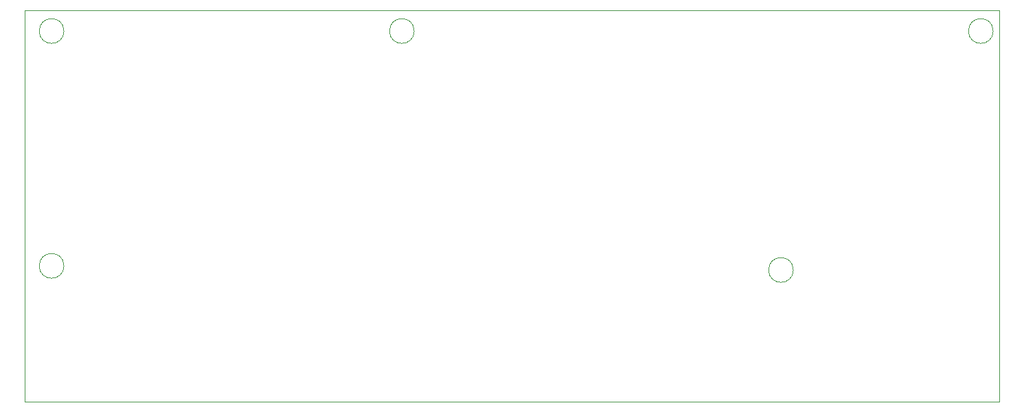
<source format=gm1>
%TF.GenerationSoftware,KiCad,Pcbnew,7.0.6*%
%TF.CreationDate,2025-01-04T20:54:09+10:30*%
%TF.ProjectId,Security Panel Mainboard,53656375-7269-4747-9920-50616e656c20,rev?*%
%TF.SameCoordinates,Original*%
%TF.FileFunction,Profile,NP*%
%FSLAX46Y46*%
G04 Gerber Fmt 4.6, Leading zero omitted, Abs format (unit mm)*
G04 Created by KiCad (PCBNEW 7.0.6) date 2025-01-04 20:54:09*
%MOMM*%
%LPD*%
G01*
G04 APERTURE LIST*
%TA.AperFunction,Profile*%
%ADD10C,0.100000*%
%TD*%
G04 APERTURE END LIST*
D10*
X177800000Y-143764000D02*
G75*
G03*
X177800000Y-143764000I-1524000J0D01*
G01*
X202438000Y-114300000D02*
G75*
G03*
X202438000Y-114300000I-1524000J0D01*
G01*
X131064000Y-114300000D02*
G75*
G03*
X131064000Y-114300000I-1524000J0D01*
G01*
X87884000Y-114300000D02*
G75*
G03*
X87884000Y-114300000I-1524000J0D01*
G01*
X87884000Y-143256000D02*
G75*
G03*
X87884000Y-143256000I-1524000J0D01*
G01*
X134620000Y-111760000D02*
X203200000Y-111760000D01*
X203200000Y-111760000D02*
X203200000Y-160020000D01*
X83058000Y-111760000D02*
X134620000Y-111760000D01*
X83058000Y-160020000D02*
X83058000Y-111760000D01*
X203200000Y-160020000D02*
X83058000Y-160020000D01*
M02*

</source>
